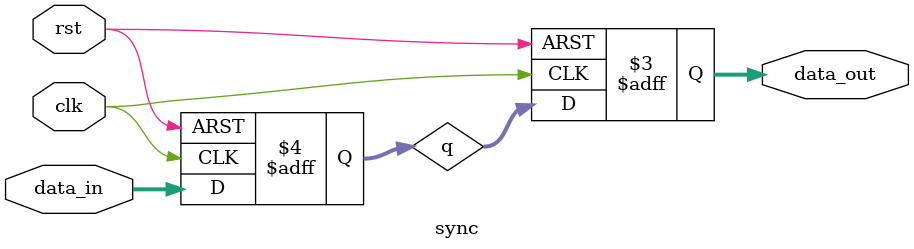
<source format=v>
module sync #(parameter DATA_WIDTH = 3)(input clk,
                                        input rst,
                                        input [DATA_WIDTH:0]data_in,
                                        output reg [DATA_WIDTH:0]data_out);
  
  reg [DATA_WIDTH : 0]q;
  
  always@(posedge clk or negedge rst) begin
    if(!rst) begin
      data_out <= 'b0;
      q <= 'b0;
    end
    else begin
      q <= data_in;
      data_out <= q;
    end
  end
  
endmodule

</source>
